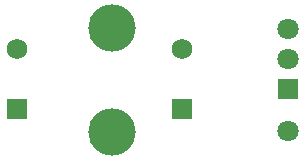
<source format=gbs>
%FSLAX43Y43*%
%MOMM*%
G71*
G01*
G75*
%ADD10C,1.000*%
%ADD11C,1.600*%
%ADD12C,3.800*%
%ADD13C,1.524*%
%ADD14R,1.524X1.524*%
%ADD15R,1.600X1.600*%
%ADD16C,0.254*%
%ADD17C,0.203*%
%ADD18C,1.803*%
%ADD19C,4.003*%
%ADD20C,1.727*%
%ADD21R,1.727X1.727*%
%ADD22R,1.803X1.803*%
D18*
X27940Y2032D02*
D03*
Y10668D02*
D03*
Y8128D02*
D03*
D19*
X13000Y2000D02*
D03*
Y10800D02*
D03*
D20*
X19000Y8980D02*
D03*
X5030D02*
D03*
D21*
X19000Y3900D02*
D03*
X5030D02*
D03*
D22*
X27940Y5588D02*
D03*
M02*

</source>
